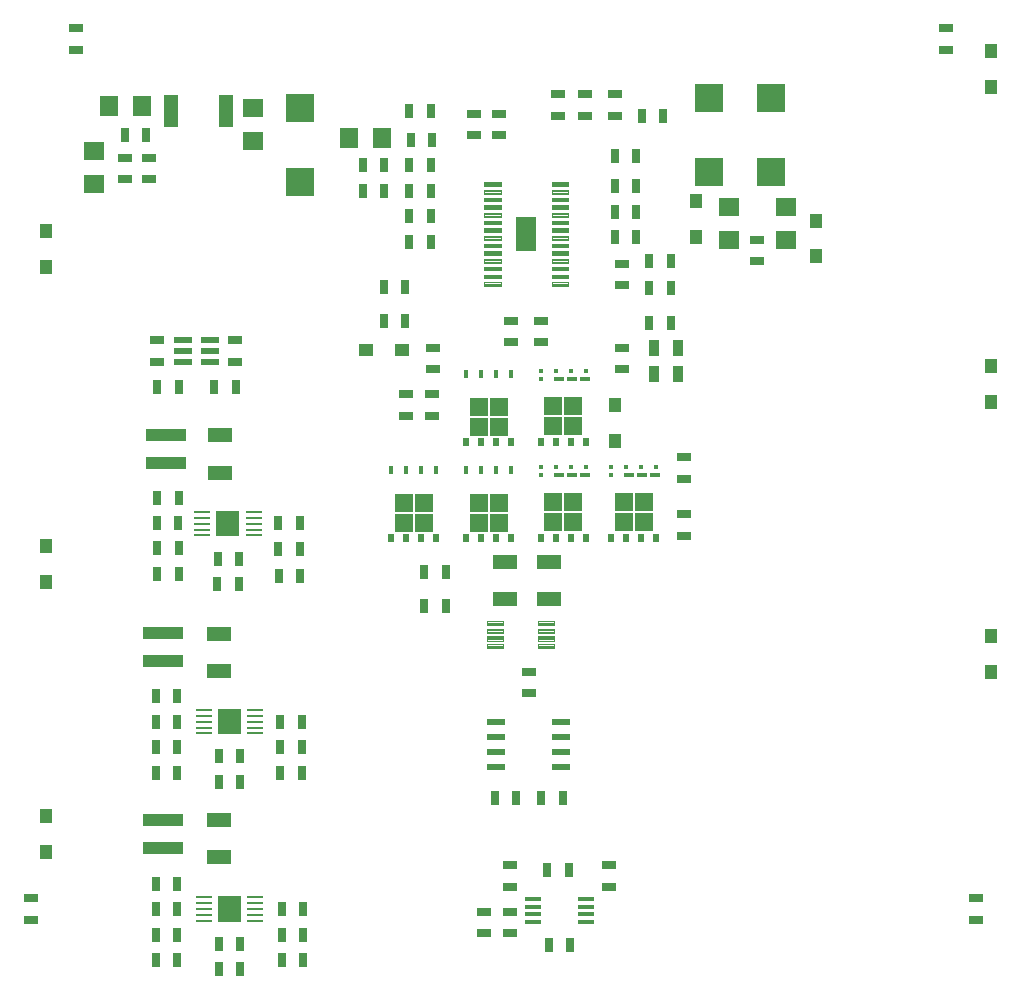
<source format=gbr>
G04 EAGLE Gerber RS-274X export*
G75*
%MOMM*%
%FSLAX34Y34*%
%LPD*%
%INSolderpaste Top*%
%IPPOS*%
%AMOC8*
5,1,8,0,0,1.08239X$1,22.5*%
G01*
%ADD10R,0.800000X1.200000*%
%ADD11R,2.450000X2.350000*%
%ADD12R,1.200000X0.800000*%
%ADD13R,2.000000X1.200000*%
%ADD14R,1.120000X1.240000*%
%ADD15R,1.240000X1.120000*%
%ADD16R,1.800000X1.600000*%
%ADD17R,0.502359X0.747309*%
%ADD18R,0.503244X0.741319*%
%ADD19R,0.498631X0.739541*%
%ADD20R,0.498459X0.747569*%
%ADD21R,1.506350X1.497163*%
%ADD22R,1.507059X1.504097*%
%ADD23R,1.499884X1.498097*%
%ADD24R,1.499850X1.503144*%
%ADD25R,0.899241X0.459841*%
%ADD26R,0.894050X0.462331*%
%ADD27R,0.901266X0.453869*%
%ADD28R,0.402512X0.359219*%
%ADD29R,0.399150X0.357331*%
%ADD30R,0.392959X0.363959*%
%ADD31R,0.406531X0.359881*%
%ADD32R,0.402831X0.453559*%
%ADD33R,0.403469X0.755419*%
%ADD34R,0.401966X0.757719*%
%ADD35R,0.399353X0.754881*%
%ADD36R,0.397359X0.755100*%
%ADD37R,1.501391X1.500741*%
%ADD38R,0.502981X0.746500*%
%ADD39R,0.500953X0.747281*%
%ADD40R,0.499588X0.747281*%
%ADD41R,0.497369X0.745981*%
%ADD42R,1.499791X1.501778*%
%ADD43R,1.499831X1.498563*%
%ADD44R,1.501859X1.499013*%
%ADD45R,0.950000X1.450000*%
%ADD46R,1.732000X3.000000*%
%ADD47C,0.102500*%
%ADD48R,1.600000X1.800000*%
%ADD49R,1.200000X2.670000*%
%ADD50R,3.400000X0.980000*%
%ADD51R,1.524000X0.609600*%
%ADD52C,0.120000*%
%ADD53R,1.320800X0.406400*%
%ADD54R,1.397000X0.279400*%
%ADD55R,1.574800X0.558800*%

G36*
X226824Y429770D02*
X226824Y429770D01*
X226826Y429769D01*
X226869Y429789D01*
X226913Y429807D01*
X226913Y429809D01*
X226915Y429810D01*
X226948Y429895D01*
X226948Y451485D01*
X226948Y451486D01*
X226948Y451488D01*
X226948Y451489D01*
X226928Y451532D01*
X226910Y451576D01*
X226908Y451576D01*
X226907Y451578D01*
X226822Y451611D01*
X207518Y451611D01*
X207516Y451610D01*
X207514Y451611D01*
X207471Y451591D01*
X207427Y451573D01*
X207427Y451571D01*
X207425Y451570D01*
X207392Y451485D01*
X207392Y429895D01*
X207393Y429893D01*
X207392Y429891D01*
X207412Y429848D01*
X207430Y429804D01*
X207432Y429804D01*
X207433Y429802D01*
X207518Y429769D01*
X226822Y429769D01*
X226824Y429770D01*
G37*
G36*
X228094Y262130D02*
X228094Y262130D01*
X228096Y262129D01*
X228139Y262149D01*
X228183Y262167D01*
X228183Y262169D01*
X228185Y262170D01*
X228218Y262255D01*
X228218Y283845D01*
X228218Y283846D01*
X228218Y283848D01*
X228218Y283849D01*
X228198Y283892D01*
X228180Y283936D01*
X228178Y283936D01*
X228177Y283938D01*
X228092Y283971D01*
X208788Y283971D01*
X208786Y283970D01*
X208784Y283971D01*
X208741Y283951D01*
X208697Y283933D01*
X208697Y283931D01*
X208695Y283930D01*
X208662Y283845D01*
X208662Y262255D01*
X208663Y262253D01*
X208662Y262251D01*
X208682Y262208D01*
X208700Y262164D01*
X208702Y262164D01*
X208703Y262162D01*
X208788Y262129D01*
X228092Y262129D01*
X228094Y262130D01*
G37*
G36*
X228094Y103380D02*
X228094Y103380D01*
X228096Y103379D01*
X228139Y103399D01*
X228183Y103417D01*
X228183Y103419D01*
X228185Y103420D01*
X228218Y103505D01*
X228218Y125095D01*
X228218Y125096D01*
X228218Y125098D01*
X228218Y125099D01*
X228198Y125142D01*
X228180Y125186D01*
X228178Y125186D01*
X228177Y125188D01*
X228092Y125221D01*
X208788Y125221D01*
X208786Y125220D01*
X208784Y125221D01*
X208741Y125201D01*
X208697Y125183D01*
X208697Y125181D01*
X208695Y125180D01*
X208662Y125095D01*
X208662Y103505D01*
X208663Y103503D01*
X208662Y103501D01*
X208682Y103458D01*
X208700Y103414D01*
X208702Y103414D01*
X208703Y103412D01*
X208788Y103379D01*
X228092Y103379D01*
X228094Y103380D01*
G37*
D10*
X544720Y683260D03*
X562720Y683260D03*
X562720Y704850D03*
X544720Y704850D03*
D11*
X624840Y738620D03*
X624840Y800620D03*
X676910Y738620D03*
X676910Y800620D03*
D10*
X388730Y701040D03*
X370730Y701040D03*
D12*
X551180Y642510D03*
X551180Y660510D03*
X368300Y550020D03*
X368300Y532020D03*
D10*
X585580Y786130D03*
X567580Y786130D03*
D12*
X603250Y478680D03*
X603250Y496680D03*
X665480Y680830D03*
X665480Y662830D03*
D13*
X488950Y408430D03*
X488950Y376430D03*
X452120Y376430D03*
X452120Y408430D03*
D10*
X349140Y641350D03*
X367140Y641350D03*
X388730Y789940D03*
X370730Y789940D03*
X349360Y722630D03*
X331360Y722630D03*
D12*
X551180Y571390D03*
X551180Y589390D03*
X391160Y589390D03*
X391160Y571390D03*
D14*
X63500Y391500D03*
X63500Y421300D03*
X715010Y696890D03*
X715010Y667090D03*
X63500Y162900D03*
X63500Y192700D03*
X863600Y345100D03*
X863600Y315300D03*
X63500Y658200D03*
X63500Y688000D03*
X863600Y573700D03*
X863600Y543900D03*
X863600Y840400D03*
X863600Y810600D03*
X544830Y510880D03*
X544830Y540680D03*
D15*
X334350Y588010D03*
X364150Y588010D03*
D14*
X613410Y713400D03*
X613410Y683600D03*
D16*
X641350Y708690D03*
X641350Y680690D03*
X689610Y708690D03*
X689610Y680690D03*
D17*
X482038Y428237D03*
D18*
X494734Y428207D03*
D19*
X507457Y428198D03*
D20*
X520158Y428238D03*
D21*
X492568Y442286D03*
D22*
X492565Y459320D03*
D23*
X509601Y442291D03*
D24*
X509601Y459316D03*
D25*
X508254Y482199D03*
D26*
X519280Y482212D03*
D27*
X497244Y482169D03*
D28*
X494737Y488196D03*
D29*
X507454Y488187D03*
D30*
X520185Y488220D03*
D31*
X482017Y488199D03*
D32*
X482036Y482168D03*
D17*
X482038Y509517D03*
D18*
X494734Y509487D03*
D19*
X507457Y509478D03*
D20*
X520158Y509518D03*
D21*
X492568Y523566D03*
D22*
X492565Y540600D03*
D23*
X509601Y523571D03*
D24*
X509601Y540596D03*
D25*
X508254Y563479D03*
D26*
X519280Y563492D03*
D27*
X497244Y563449D03*
D28*
X494737Y569476D03*
D29*
X507454Y569467D03*
D30*
X520185Y569500D03*
D31*
X482017Y569479D03*
D32*
X482036Y563448D03*
D33*
X457217Y567557D03*
D34*
X444510Y567569D03*
D35*
X431797Y567554D03*
D36*
X419087Y567556D03*
D37*
X446657Y539484D03*
D38*
X457215Y509413D03*
D39*
X444505Y509416D03*
D40*
X431798Y509416D03*
D41*
X419087Y509410D03*
D42*
X429649Y539489D03*
D43*
X429649Y522473D03*
D44*
X446659Y522475D03*
D33*
X457217Y486277D03*
D34*
X444510Y486289D03*
D35*
X431797Y486274D03*
D36*
X419087Y486276D03*
D37*
X446657Y458204D03*
D38*
X457215Y428133D03*
D39*
X444505Y428136D03*
D40*
X431798Y428136D03*
D41*
X419087Y428130D03*
D42*
X429649Y458209D03*
D43*
X429649Y441193D03*
D44*
X446659Y441195D03*
D17*
X541728Y428237D03*
D18*
X554424Y428207D03*
D19*
X567147Y428198D03*
D20*
X579848Y428238D03*
D21*
X552258Y442286D03*
D22*
X552255Y459320D03*
D23*
X569291Y442291D03*
D24*
X569291Y459316D03*
D25*
X567944Y482199D03*
D26*
X578970Y482212D03*
D27*
X556934Y482169D03*
D28*
X554427Y488196D03*
D29*
X567144Y488187D03*
D30*
X579875Y488220D03*
D31*
X541707Y488199D03*
D32*
X541726Y482168D03*
D33*
X393717Y486277D03*
D34*
X381010Y486289D03*
D35*
X368297Y486274D03*
D36*
X355587Y486276D03*
D37*
X383157Y458204D03*
D38*
X393715Y428133D03*
D39*
X381005Y428136D03*
D40*
X368298Y428136D03*
D41*
X355587Y428130D03*
D42*
X366149Y458209D03*
D43*
X366149Y441193D03*
D44*
X383159Y441195D03*
D45*
X578010Y589280D03*
X598010Y589280D03*
D10*
X562720Y751840D03*
X544720Y751840D03*
D12*
X447040Y769510D03*
X447040Y787510D03*
D10*
X367140Y612140D03*
X349140Y612140D03*
D12*
X457200Y612250D03*
X457200Y594250D03*
X482600Y612250D03*
X482600Y594250D03*
D10*
X573930Y610870D03*
X591930Y610870D03*
X349360Y744220D03*
X331360Y744220D03*
D12*
X519430Y786020D03*
X519430Y804020D03*
D45*
X578010Y567690D03*
X598010Y567690D03*
D12*
X544830Y804020D03*
X544830Y786020D03*
X496570Y804020D03*
X496570Y786020D03*
X425450Y787510D03*
X425450Y769510D03*
D10*
X591930Y640080D03*
X573930Y640080D03*
X591930Y662940D03*
X573930Y662940D03*
D12*
X389890Y550020D03*
X389890Y532020D03*
X603250Y448420D03*
X603250Y430420D03*
D10*
X370730Y679450D03*
X388730Y679450D03*
X370730Y722630D03*
X388730Y722630D03*
X388730Y744220D03*
X370730Y744220D03*
X372000Y765810D03*
X390000Y765810D03*
X544720Y726440D03*
X562720Y726440D03*
D46*
X469900Y685800D03*
D47*
X491662Y645088D02*
X505438Y645088D01*
X505438Y642012D01*
X491662Y642012D01*
X491662Y645088D01*
X491662Y642986D02*
X505438Y642986D01*
X505438Y643960D02*
X491662Y643960D01*
X491662Y644934D02*
X505438Y644934D01*
X505438Y651588D02*
X491662Y651588D01*
X505438Y651588D02*
X505438Y648512D01*
X491662Y648512D01*
X491662Y651588D01*
X491662Y649486D02*
X505438Y649486D01*
X505438Y650460D02*
X491662Y650460D01*
X491662Y651434D02*
X505438Y651434D01*
X505438Y658088D02*
X491662Y658088D01*
X505438Y658088D02*
X505438Y655012D01*
X491662Y655012D01*
X491662Y658088D01*
X491662Y655986D02*
X505438Y655986D01*
X505438Y656960D02*
X491662Y656960D01*
X491662Y657934D02*
X505438Y657934D01*
X505438Y664588D02*
X491662Y664588D01*
X505438Y664588D02*
X505438Y661512D01*
X491662Y661512D01*
X491662Y664588D01*
X491662Y662486D02*
X505438Y662486D01*
X505438Y663460D02*
X491662Y663460D01*
X491662Y664434D02*
X505438Y664434D01*
X505438Y671088D02*
X491662Y671088D01*
X505438Y671088D02*
X505438Y668012D01*
X491662Y668012D01*
X491662Y671088D01*
X491662Y668986D02*
X505438Y668986D01*
X505438Y669960D02*
X491662Y669960D01*
X491662Y670934D02*
X505438Y670934D01*
X505438Y677588D02*
X491662Y677588D01*
X505438Y677588D02*
X505438Y674512D01*
X491662Y674512D01*
X491662Y677588D01*
X491662Y675486D02*
X505438Y675486D01*
X505438Y676460D02*
X491662Y676460D01*
X491662Y677434D02*
X505438Y677434D01*
X505438Y684088D02*
X491662Y684088D01*
X505438Y684088D02*
X505438Y681012D01*
X491662Y681012D01*
X491662Y684088D01*
X491662Y681986D02*
X505438Y681986D01*
X505438Y682960D02*
X491662Y682960D01*
X491662Y683934D02*
X505438Y683934D01*
X505438Y690588D02*
X491662Y690588D01*
X505438Y690588D02*
X505438Y687512D01*
X491662Y687512D01*
X491662Y690588D01*
X491662Y688486D02*
X505438Y688486D01*
X505438Y689460D02*
X491662Y689460D01*
X491662Y690434D02*
X505438Y690434D01*
X505438Y697088D02*
X491662Y697088D01*
X505438Y697088D02*
X505438Y694012D01*
X491662Y694012D01*
X491662Y697088D01*
X491662Y694986D02*
X505438Y694986D01*
X505438Y695960D02*
X491662Y695960D01*
X491662Y696934D02*
X505438Y696934D01*
X505438Y703588D02*
X491662Y703588D01*
X505438Y703588D02*
X505438Y700512D01*
X491662Y700512D01*
X491662Y703588D01*
X491662Y701486D02*
X505438Y701486D01*
X505438Y702460D02*
X491662Y702460D01*
X491662Y703434D02*
X505438Y703434D01*
X505438Y710088D02*
X491662Y710088D01*
X505438Y710088D02*
X505438Y707012D01*
X491662Y707012D01*
X491662Y710088D01*
X491662Y707986D02*
X505438Y707986D01*
X505438Y708960D02*
X491662Y708960D01*
X491662Y709934D02*
X505438Y709934D01*
X505438Y716588D02*
X491662Y716588D01*
X505438Y716588D02*
X505438Y713512D01*
X491662Y713512D01*
X491662Y716588D01*
X491662Y714486D02*
X505438Y714486D01*
X505438Y715460D02*
X491662Y715460D01*
X491662Y716434D02*
X505438Y716434D01*
X505438Y723088D02*
X491662Y723088D01*
X505438Y723088D02*
X505438Y720012D01*
X491662Y720012D01*
X491662Y723088D01*
X491662Y720986D02*
X505438Y720986D01*
X505438Y721960D02*
X491662Y721960D01*
X491662Y722934D02*
X505438Y722934D01*
X505438Y729588D02*
X491662Y729588D01*
X505438Y729588D02*
X505438Y726512D01*
X491662Y726512D01*
X491662Y729588D01*
X491662Y727486D02*
X505438Y727486D01*
X505438Y728460D02*
X491662Y728460D01*
X491662Y729434D02*
X505438Y729434D01*
X448138Y729588D02*
X434362Y729588D01*
X448138Y729588D02*
X448138Y726512D01*
X434362Y726512D01*
X434362Y729588D01*
X434362Y727486D02*
X448138Y727486D01*
X448138Y728460D02*
X434362Y728460D01*
X434362Y729434D02*
X448138Y729434D01*
X448138Y723088D02*
X434362Y723088D01*
X448138Y723088D02*
X448138Y720012D01*
X434362Y720012D01*
X434362Y723088D01*
X434362Y720986D02*
X448138Y720986D01*
X448138Y721960D02*
X434362Y721960D01*
X434362Y722934D02*
X448138Y722934D01*
X448138Y716588D02*
X434362Y716588D01*
X448138Y716588D02*
X448138Y713512D01*
X434362Y713512D01*
X434362Y716588D01*
X434362Y714486D02*
X448138Y714486D01*
X448138Y715460D02*
X434362Y715460D01*
X434362Y716434D02*
X448138Y716434D01*
X448138Y710088D02*
X434362Y710088D01*
X448138Y710088D02*
X448138Y707012D01*
X434362Y707012D01*
X434362Y710088D01*
X434362Y707986D02*
X448138Y707986D01*
X448138Y708960D02*
X434362Y708960D01*
X434362Y709934D02*
X448138Y709934D01*
X448138Y703588D02*
X434362Y703588D01*
X448138Y703588D02*
X448138Y700512D01*
X434362Y700512D01*
X434362Y703588D01*
X434362Y701486D02*
X448138Y701486D01*
X448138Y702460D02*
X434362Y702460D01*
X434362Y703434D02*
X448138Y703434D01*
X448138Y697088D02*
X434362Y697088D01*
X448138Y697088D02*
X448138Y694012D01*
X434362Y694012D01*
X434362Y697088D01*
X434362Y694986D02*
X448138Y694986D01*
X448138Y695960D02*
X434362Y695960D01*
X434362Y696934D02*
X448138Y696934D01*
X448138Y690588D02*
X434362Y690588D01*
X448138Y690588D02*
X448138Y687512D01*
X434362Y687512D01*
X434362Y690588D01*
X434362Y688486D02*
X448138Y688486D01*
X448138Y689460D02*
X434362Y689460D01*
X434362Y690434D02*
X448138Y690434D01*
X448138Y684088D02*
X434362Y684088D01*
X448138Y684088D02*
X448138Y681012D01*
X434362Y681012D01*
X434362Y684088D01*
X434362Y681986D02*
X448138Y681986D01*
X448138Y682960D02*
X434362Y682960D01*
X434362Y683934D02*
X448138Y683934D01*
X448138Y677588D02*
X434362Y677588D01*
X448138Y677588D02*
X448138Y674512D01*
X434362Y674512D01*
X434362Y677588D01*
X434362Y675486D02*
X448138Y675486D01*
X448138Y676460D02*
X434362Y676460D01*
X434362Y677434D02*
X448138Y677434D01*
X448138Y671088D02*
X434362Y671088D01*
X448138Y671088D02*
X448138Y668012D01*
X434362Y668012D01*
X434362Y671088D01*
X434362Y668986D02*
X448138Y668986D01*
X448138Y669960D02*
X434362Y669960D01*
X434362Y670934D02*
X448138Y670934D01*
X448138Y664588D02*
X434362Y664588D01*
X448138Y664588D02*
X448138Y661512D01*
X434362Y661512D01*
X434362Y664588D01*
X434362Y662486D02*
X448138Y662486D01*
X448138Y663460D02*
X434362Y663460D01*
X434362Y664434D02*
X448138Y664434D01*
X448138Y658088D02*
X434362Y658088D01*
X448138Y658088D02*
X448138Y655012D01*
X434362Y655012D01*
X434362Y658088D01*
X434362Y655986D02*
X448138Y655986D01*
X448138Y656960D02*
X434362Y656960D01*
X434362Y657934D02*
X448138Y657934D01*
X448138Y651588D02*
X434362Y651588D01*
X448138Y651588D02*
X448138Y648512D01*
X434362Y648512D01*
X434362Y651588D01*
X434362Y649486D02*
X448138Y649486D01*
X448138Y650460D02*
X434362Y650460D01*
X434362Y651434D02*
X448138Y651434D01*
X448138Y645088D02*
X434362Y645088D01*
X448138Y645088D02*
X448138Y642012D01*
X434362Y642012D01*
X434362Y645088D01*
X434362Y642986D02*
X448138Y642986D01*
X448138Y643960D02*
X434362Y643960D01*
X434362Y644934D02*
X448138Y644934D01*
D12*
X50800Y123300D03*
X50800Y105300D03*
X850900Y123300D03*
X850900Y105300D03*
X825500Y841900D03*
X825500Y859900D03*
X88900Y841900D03*
X88900Y859900D03*
D48*
X320010Y767080D03*
X348010Y767080D03*
D10*
X401430Y400050D03*
X383430Y400050D03*
X401430Y370840D03*
X383430Y370840D03*
D12*
X150490Y750100D03*
X150490Y732100D03*
X129860Y750090D03*
X129860Y732090D03*
D16*
X104110Y756560D03*
X104110Y728560D03*
D48*
X144420Y794100D03*
X116420Y794100D03*
D10*
X129860Y769970D03*
X147860Y769970D03*
D49*
X168970Y790060D03*
X215670Y790060D03*
D11*
X278550Y730180D03*
X278550Y792180D03*
D16*
X238640Y764960D03*
X238640Y792960D03*
D10*
X157440Y419720D03*
X175440Y419720D03*
X259780Y418800D03*
X277780Y418800D03*
X175290Y441240D03*
X157290Y441240D03*
X259780Y440830D03*
X277780Y440830D03*
X226630Y411110D03*
X208630Y411110D03*
X278140Y396740D03*
X260140Y396740D03*
X226330Y389400D03*
X208330Y389400D03*
D50*
X164420Y491790D03*
X164420Y515490D03*
D13*
X210260Y515830D03*
X210260Y483830D03*
D10*
X175410Y397710D03*
X157410Y397710D03*
X156100Y251460D03*
X174100Y251460D03*
X261510Y251460D03*
X279510Y251460D03*
X174100Y273050D03*
X156100Y273050D03*
X261510Y273050D03*
X279510Y273050D03*
X227440Y243840D03*
X209440Y243840D03*
X279510Y229870D03*
X261510Y229870D03*
X227440Y222250D03*
X209440Y222250D03*
D50*
X162560Y324700D03*
X162560Y348400D03*
D13*
X209550Y347470D03*
X209550Y315470D03*
D10*
X174100Y229870D03*
X156100Y229870D03*
X156100Y92710D03*
X174100Y92710D03*
X262780Y92710D03*
X280780Y92710D03*
X174100Y114300D03*
X156100Y114300D03*
X262780Y114300D03*
X280780Y114300D03*
X227440Y85090D03*
X209440Y85090D03*
X280780Y71120D03*
X262780Y71120D03*
X227440Y63500D03*
X209440Y63500D03*
D50*
X162560Y165950D03*
X162560Y189650D03*
D13*
X209550Y189990D03*
X209550Y157990D03*
D10*
X174100Y71120D03*
X156100Y71120D03*
D51*
X498975Y259850D03*
X498975Y272550D03*
X498975Y247150D03*
X498975Y234450D03*
X444365Y259850D03*
X444365Y272550D03*
X444365Y247150D03*
X444365Y234450D03*
D12*
X472440Y297070D03*
X472440Y315070D03*
D10*
X500490Y208280D03*
X482490Y208280D03*
X443120Y208280D03*
X461120Y208280D03*
D52*
X450070Y354660D02*
X436570Y354660D01*
X436570Y358260D01*
X450070Y358260D01*
X450070Y354660D01*
X450070Y355800D02*
X436570Y355800D01*
X436570Y356940D02*
X450070Y356940D01*
X450070Y358080D02*
X436570Y358080D01*
X436570Y348160D02*
X450070Y348160D01*
X436570Y348160D02*
X436570Y351760D01*
X450070Y351760D01*
X450070Y348160D01*
X450070Y349300D02*
X436570Y349300D01*
X436570Y350440D02*
X450070Y350440D01*
X450070Y351580D02*
X436570Y351580D01*
X436570Y341660D02*
X450070Y341660D01*
X436570Y341660D02*
X436570Y345260D01*
X450070Y345260D01*
X450070Y341660D01*
X450070Y342800D02*
X436570Y342800D01*
X436570Y343940D02*
X450070Y343940D01*
X450070Y345080D02*
X436570Y345080D01*
X436570Y335160D02*
X450070Y335160D01*
X436570Y335160D02*
X436570Y338760D01*
X450070Y338760D01*
X450070Y335160D01*
X450070Y336300D02*
X436570Y336300D01*
X436570Y337440D02*
X450070Y337440D01*
X450070Y338580D02*
X436570Y338580D01*
X479570Y335160D02*
X493070Y335160D01*
X479570Y335160D02*
X479570Y338760D01*
X493070Y338760D01*
X493070Y335160D01*
X493070Y336300D02*
X479570Y336300D01*
X479570Y337440D02*
X493070Y337440D01*
X493070Y338580D02*
X479570Y338580D01*
X479570Y341660D02*
X493070Y341660D01*
X479570Y341660D02*
X479570Y345260D01*
X493070Y345260D01*
X493070Y341660D01*
X493070Y342800D02*
X479570Y342800D01*
X479570Y343940D02*
X493070Y343940D01*
X493070Y345080D02*
X479570Y345080D01*
X479570Y348160D02*
X493070Y348160D01*
X479570Y348160D02*
X479570Y351760D01*
X493070Y351760D01*
X493070Y348160D01*
X493070Y349300D02*
X479570Y349300D01*
X479570Y350440D02*
X493070Y350440D01*
X493070Y351580D02*
X479570Y351580D01*
X479570Y354660D02*
X493070Y354660D01*
X479570Y354660D02*
X479570Y358260D01*
X493070Y358260D01*
X493070Y354660D01*
X493070Y355800D02*
X479570Y355800D01*
X479570Y356940D02*
X493070Y356940D01*
X493070Y358080D02*
X479570Y358080D01*
D53*
X475742Y122780D03*
X475742Y116280D03*
X475742Y109780D03*
X475742Y103280D03*
X519938Y103280D03*
X519938Y109780D03*
X519938Y116280D03*
X519938Y122780D03*
D12*
X455930Y111870D03*
X455930Y93870D03*
D10*
X488840Y83820D03*
X506840Y83820D03*
D12*
X455930Y133240D03*
X455930Y151240D03*
X434340Y93870D03*
X434340Y111870D03*
D10*
X505570Y147320D03*
X487570Y147320D03*
D12*
X539750Y133240D03*
X539750Y151240D03*
D54*
X195326Y450698D03*
X195326Y445694D03*
X195326Y440690D03*
X195326Y435686D03*
X195326Y430682D03*
X239014Y430682D03*
X239014Y435686D03*
X239014Y440690D03*
X239014Y445694D03*
X239014Y450698D03*
X196596Y283058D03*
X196596Y278054D03*
X196596Y273050D03*
X196596Y268046D03*
X196596Y263042D03*
X240284Y263042D03*
X240284Y268046D03*
X240284Y273050D03*
X240284Y278054D03*
X240284Y283058D03*
X196596Y124308D03*
X196596Y119304D03*
X196596Y114300D03*
X196596Y109296D03*
X196596Y104292D03*
X240284Y104292D03*
X240284Y109296D03*
X240284Y114300D03*
X240284Y119304D03*
X240284Y124308D03*
D10*
X175370Y462280D03*
X157370Y462280D03*
X174100Y294640D03*
X156100Y294640D03*
X174100Y135890D03*
X156100Y135890D03*
D55*
X178816Y596240D03*
X178816Y586740D03*
X178816Y577240D03*
X202184Y577240D03*
X202184Y586740D03*
X202184Y596240D03*
D10*
X205630Y556260D03*
X223630Y556260D03*
X157370Y556260D03*
X175370Y556260D03*
D12*
X223520Y595740D03*
X223520Y577740D03*
X157480Y595740D03*
X157480Y577740D03*
M02*

</source>
